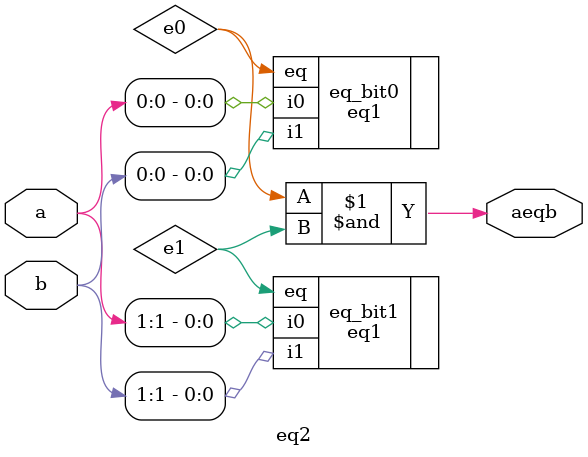
<source format=sv>
`timescale 1ns / 1ps


module eq2(
        input logic [1:0] a,b,
        output logic aeqb
    );
    
    logic e0,e1;
    
    eq1 eq_bit0 (
        .i0(a[0]),
        .i1(b[0]),
        .eq(e0)
    );
    
    eq1 eq_bit1 (
        .i0(a[1]),
        .i1(b[1]),
        .eq(e1)
    );
    
    assign aeqb = e0 & e1;
    
endmodule

</source>
